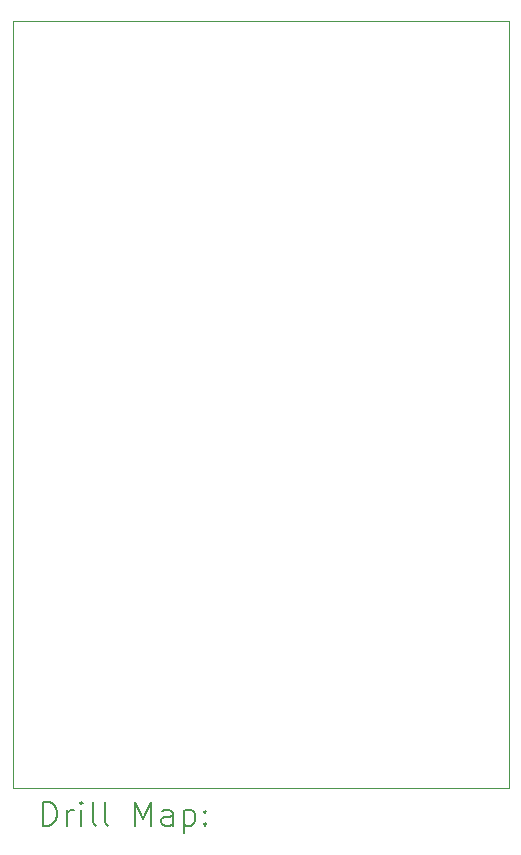
<source format=gbr>
%TF.GenerationSoftware,KiCad,Pcbnew,8.0.4*%
%TF.CreationDate,2024-08-04T23:06:57+09:00*%
%TF.ProjectId,sdvx,73647678-2e6b-4696-9361-645f70636258,rev?*%
%TF.SameCoordinates,Original*%
%TF.FileFunction,Drillmap*%
%TF.FilePolarity,Positive*%
%FSLAX45Y45*%
G04 Gerber Fmt 4.5, Leading zero omitted, Abs format (unit mm)*
G04 Created by KiCad (PCBNEW 8.0.4) date 2024-08-04 23:06:57*
%MOMM*%
%LPD*%
G01*
G04 APERTURE LIST*
%ADD10C,0.050000*%
%ADD11C,0.200000*%
G04 APERTURE END LIST*
D10*
X12300000Y-5900000D02*
X16500000Y-5900000D01*
X16500000Y-12400000D01*
X12300000Y-12400000D01*
X12300000Y-5900000D01*
D11*
X12558277Y-12713984D02*
X12558277Y-12513984D01*
X12558277Y-12513984D02*
X12605896Y-12513984D01*
X12605896Y-12513984D02*
X12634467Y-12523508D01*
X12634467Y-12523508D02*
X12653515Y-12542555D01*
X12653515Y-12542555D02*
X12663039Y-12561603D01*
X12663039Y-12561603D02*
X12672562Y-12599698D01*
X12672562Y-12599698D02*
X12672562Y-12628269D01*
X12672562Y-12628269D02*
X12663039Y-12666365D01*
X12663039Y-12666365D02*
X12653515Y-12685412D01*
X12653515Y-12685412D02*
X12634467Y-12704460D01*
X12634467Y-12704460D02*
X12605896Y-12713984D01*
X12605896Y-12713984D02*
X12558277Y-12713984D01*
X12758277Y-12713984D02*
X12758277Y-12580650D01*
X12758277Y-12618746D02*
X12767801Y-12599698D01*
X12767801Y-12599698D02*
X12777324Y-12590174D01*
X12777324Y-12590174D02*
X12796372Y-12580650D01*
X12796372Y-12580650D02*
X12815420Y-12580650D01*
X12882086Y-12713984D02*
X12882086Y-12580650D01*
X12882086Y-12513984D02*
X12872562Y-12523508D01*
X12872562Y-12523508D02*
X12882086Y-12533031D01*
X12882086Y-12533031D02*
X12891610Y-12523508D01*
X12891610Y-12523508D02*
X12882086Y-12513984D01*
X12882086Y-12513984D02*
X12882086Y-12533031D01*
X13005896Y-12713984D02*
X12986848Y-12704460D01*
X12986848Y-12704460D02*
X12977324Y-12685412D01*
X12977324Y-12685412D02*
X12977324Y-12513984D01*
X13110658Y-12713984D02*
X13091610Y-12704460D01*
X13091610Y-12704460D02*
X13082086Y-12685412D01*
X13082086Y-12685412D02*
X13082086Y-12513984D01*
X13339229Y-12713984D02*
X13339229Y-12513984D01*
X13339229Y-12513984D02*
X13405896Y-12656841D01*
X13405896Y-12656841D02*
X13472562Y-12513984D01*
X13472562Y-12513984D02*
X13472562Y-12713984D01*
X13653515Y-12713984D02*
X13653515Y-12609222D01*
X13653515Y-12609222D02*
X13643991Y-12590174D01*
X13643991Y-12590174D02*
X13624943Y-12580650D01*
X13624943Y-12580650D02*
X13586848Y-12580650D01*
X13586848Y-12580650D02*
X13567801Y-12590174D01*
X13653515Y-12704460D02*
X13634467Y-12713984D01*
X13634467Y-12713984D02*
X13586848Y-12713984D01*
X13586848Y-12713984D02*
X13567801Y-12704460D01*
X13567801Y-12704460D02*
X13558277Y-12685412D01*
X13558277Y-12685412D02*
X13558277Y-12666365D01*
X13558277Y-12666365D02*
X13567801Y-12647317D01*
X13567801Y-12647317D02*
X13586848Y-12637793D01*
X13586848Y-12637793D02*
X13634467Y-12637793D01*
X13634467Y-12637793D02*
X13653515Y-12628269D01*
X13748753Y-12580650D02*
X13748753Y-12780650D01*
X13748753Y-12590174D02*
X13767801Y-12580650D01*
X13767801Y-12580650D02*
X13805896Y-12580650D01*
X13805896Y-12580650D02*
X13824943Y-12590174D01*
X13824943Y-12590174D02*
X13834467Y-12599698D01*
X13834467Y-12599698D02*
X13843991Y-12618746D01*
X13843991Y-12618746D02*
X13843991Y-12675888D01*
X13843991Y-12675888D02*
X13834467Y-12694936D01*
X13834467Y-12694936D02*
X13824943Y-12704460D01*
X13824943Y-12704460D02*
X13805896Y-12713984D01*
X13805896Y-12713984D02*
X13767801Y-12713984D01*
X13767801Y-12713984D02*
X13748753Y-12704460D01*
X13929705Y-12694936D02*
X13939229Y-12704460D01*
X13939229Y-12704460D02*
X13929705Y-12713984D01*
X13929705Y-12713984D02*
X13920182Y-12704460D01*
X13920182Y-12704460D02*
X13929705Y-12694936D01*
X13929705Y-12694936D02*
X13929705Y-12713984D01*
X13929705Y-12590174D02*
X13939229Y-12599698D01*
X13939229Y-12599698D02*
X13929705Y-12609222D01*
X13929705Y-12609222D02*
X13920182Y-12599698D01*
X13920182Y-12599698D02*
X13929705Y-12590174D01*
X13929705Y-12590174D02*
X13929705Y-12609222D01*
M02*

</source>
